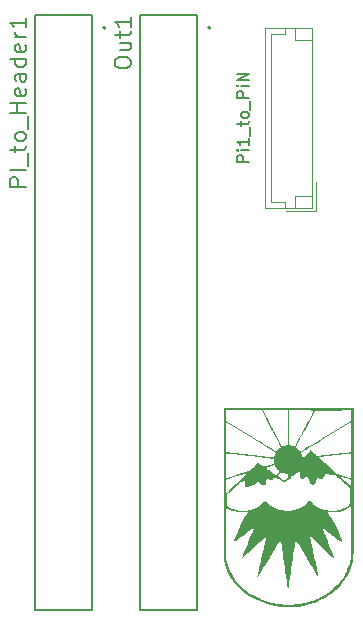
<source format=gbr>
%TF.GenerationSoftware,KiCad,Pcbnew,7.0.5*%
%TF.CreationDate,2023-12-19T10:57:00-08:00*%
%TF.ProjectId,PiN_PiHat,50694e5f-5069-4486-9174-2e6b69636164,rev?*%
%TF.SameCoordinates,Original*%
%TF.FileFunction,Legend,Top*%
%TF.FilePolarity,Positive*%
%FSLAX46Y46*%
G04 Gerber Fmt 4.6, Leading zero omitted, Abs format (unit mm)*
G04 Created by KiCad (PCBNEW 7.0.5) date 2023-12-19 10:57:00*
%MOMM*%
%LPD*%
G01*
G04 APERTURE LIST*
%ADD10C,0.150000*%
%ADD11C,0.127000*%
%ADD12C,0.200000*%
%ADD13C,0.120000*%
G04 APERTURE END LIST*
D10*
%TO.C,PI_to_Header1*%
X108589866Y-41390000D02*
X107189866Y-41390000D01*
X107189866Y-41390000D02*
X107189866Y-40856667D01*
X107189866Y-40856667D02*
X107256533Y-40723334D01*
X107256533Y-40723334D02*
X107323200Y-40656667D01*
X107323200Y-40656667D02*
X107456533Y-40590000D01*
X107456533Y-40590000D02*
X107656533Y-40590000D01*
X107656533Y-40590000D02*
X107789866Y-40656667D01*
X107789866Y-40656667D02*
X107856533Y-40723334D01*
X107856533Y-40723334D02*
X107923200Y-40856667D01*
X107923200Y-40856667D02*
X107923200Y-41390000D01*
X108589866Y-39990000D02*
X107189866Y-39990000D01*
X108723200Y-39656667D02*
X108723200Y-38590000D01*
X107656533Y-38456666D02*
X107656533Y-37923333D01*
X107189866Y-38256666D02*
X108389866Y-38256666D01*
X108389866Y-38256666D02*
X108523200Y-38190000D01*
X108523200Y-38190000D02*
X108589866Y-38056666D01*
X108589866Y-38056666D02*
X108589866Y-37923333D01*
X108589866Y-37256666D02*
X108523200Y-37390000D01*
X108523200Y-37390000D02*
X108456533Y-37456666D01*
X108456533Y-37456666D02*
X108323200Y-37523333D01*
X108323200Y-37523333D02*
X107923200Y-37523333D01*
X107923200Y-37523333D02*
X107789866Y-37456666D01*
X107789866Y-37456666D02*
X107723200Y-37390000D01*
X107723200Y-37390000D02*
X107656533Y-37256666D01*
X107656533Y-37256666D02*
X107656533Y-37056666D01*
X107656533Y-37056666D02*
X107723200Y-36923333D01*
X107723200Y-36923333D02*
X107789866Y-36856666D01*
X107789866Y-36856666D02*
X107923200Y-36790000D01*
X107923200Y-36790000D02*
X108323200Y-36790000D01*
X108323200Y-36790000D02*
X108456533Y-36856666D01*
X108456533Y-36856666D02*
X108523200Y-36923333D01*
X108523200Y-36923333D02*
X108589866Y-37056666D01*
X108589866Y-37056666D02*
X108589866Y-37256666D01*
X108723200Y-36523333D02*
X108723200Y-35456666D01*
X108589866Y-35123332D02*
X107189866Y-35123332D01*
X107856533Y-35123332D02*
X107856533Y-34323332D01*
X108589866Y-34323332D02*
X107189866Y-34323332D01*
X108523200Y-33123332D02*
X108589866Y-33256665D01*
X108589866Y-33256665D02*
X108589866Y-33523332D01*
X108589866Y-33523332D02*
X108523200Y-33656665D01*
X108523200Y-33656665D02*
X108389866Y-33723332D01*
X108389866Y-33723332D02*
X107856533Y-33723332D01*
X107856533Y-33723332D02*
X107723200Y-33656665D01*
X107723200Y-33656665D02*
X107656533Y-33523332D01*
X107656533Y-33523332D02*
X107656533Y-33256665D01*
X107656533Y-33256665D02*
X107723200Y-33123332D01*
X107723200Y-33123332D02*
X107856533Y-33056665D01*
X107856533Y-33056665D02*
X107989866Y-33056665D01*
X107989866Y-33056665D02*
X108123200Y-33723332D01*
X108589866Y-31856665D02*
X107856533Y-31856665D01*
X107856533Y-31856665D02*
X107723200Y-31923332D01*
X107723200Y-31923332D02*
X107656533Y-32056665D01*
X107656533Y-32056665D02*
X107656533Y-32323332D01*
X107656533Y-32323332D02*
X107723200Y-32456665D01*
X108523200Y-31856665D02*
X108589866Y-31989999D01*
X108589866Y-31989999D02*
X108589866Y-32323332D01*
X108589866Y-32323332D02*
X108523200Y-32456665D01*
X108523200Y-32456665D02*
X108389866Y-32523332D01*
X108389866Y-32523332D02*
X108256533Y-32523332D01*
X108256533Y-32523332D02*
X108123200Y-32456665D01*
X108123200Y-32456665D02*
X108056533Y-32323332D01*
X108056533Y-32323332D02*
X108056533Y-31989999D01*
X108056533Y-31989999D02*
X107989866Y-31856665D01*
X108589866Y-30589998D02*
X107189866Y-30589998D01*
X108523200Y-30589998D02*
X108589866Y-30723332D01*
X108589866Y-30723332D02*
X108589866Y-30989998D01*
X108589866Y-30989998D02*
X108523200Y-31123332D01*
X108523200Y-31123332D02*
X108456533Y-31189998D01*
X108456533Y-31189998D02*
X108323200Y-31256665D01*
X108323200Y-31256665D02*
X107923200Y-31256665D01*
X107923200Y-31256665D02*
X107789866Y-31189998D01*
X107789866Y-31189998D02*
X107723200Y-31123332D01*
X107723200Y-31123332D02*
X107656533Y-30989998D01*
X107656533Y-30989998D02*
X107656533Y-30723332D01*
X107656533Y-30723332D02*
X107723200Y-30589998D01*
X108523200Y-29389998D02*
X108589866Y-29523331D01*
X108589866Y-29523331D02*
X108589866Y-29789998D01*
X108589866Y-29789998D02*
X108523200Y-29923331D01*
X108523200Y-29923331D02*
X108389866Y-29989998D01*
X108389866Y-29989998D02*
X107856533Y-29989998D01*
X107856533Y-29989998D02*
X107723200Y-29923331D01*
X107723200Y-29923331D02*
X107656533Y-29789998D01*
X107656533Y-29789998D02*
X107656533Y-29523331D01*
X107656533Y-29523331D02*
X107723200Y-29389998D01*
X107723200Y-29389998D02*
X107856533Y-29323331D01*
X107856533Y-29323331D02*
X107989866Y-29323331D01*
X107989866Y-29323331D02*
X108123200Y-29989998D01*
X108589866Y-28723331D02*
X107656533Y-28723331D01*
X107923200Y-28723331D02*
X107789866Y-28656665D01*
X107789866Y-28656665D02*
X107723200Y-28589998D01*
X107723200Y-28589998D02*
X107656533Y-28456665D01*
X107656533Y-28456665D02*
X107656533Y-28323331D01*
X108589866Y-27123331D02*
X108589866Y-27923331D01*
X108589866Y-27523331D02*
X107189866Y-27523331D01*
X107189866Y-27523331D02*
X107389866Y-27656664D01*
X107389866Y-27656664D02*
X107523200Y-27789998D01*
X107523200Y-27789998D02*
X107589866Y-27923331D01*
%TO.C,Out1*%
X116079866Y-31043333D02*
X116079866Y-30776666D01*
X116079866Y-30776666D02*
X116146533Y-30643333D01*
X116146533Y-30643333D02*
X116279866Y-30509999D01*
X116279866Y-30509999D02*
X116546533Y-30443333D01*
X116546533Y-30443333D02*
X117013200Y-30443333D01*
X117013200Y-30443333D02*
X117279866Y-30509999D01*
X117279866Y-30509999D02*
X117413200Y-30643333D01*
X117413200Y-30643333D02*
X117479866Y-30776666D01*
X117479866Y-30776666D02*
X117479866Y-31043333D01*
X117479866Y-31043333D02*
X117413200Y-31176666D01*
X117413200Y-31176666D02*
X117279866Y-31309999D01*
X117279866Y-31309999D02*
X117013200Y-31376666D01*
X117013200Y-31376666D02*
X116546533Y-31376666D01*
X116546533Y-31376666D02*
X116279866Y-31309999D01*
X116279866Y-31309999D02*
X116146533Y-31176666D01*
X116146533Y-31176666D02*
X116079866Y-31043333D01*
X116546533Y-29243332D02*
X117479866Y-29243332D01*
X116546533Y-29843332D02*
X117279866Y-29843332D01*
X117279866Y-29843332D02*
X117413200Y-29776666D01*
X117413200Y-29776666D02*
X117479866Y-29643332D01*
X117479866Y-29643332D02*
X117479866Y-29443332D01*
X117479866Y-29443332D02*
X117413200Y-29309999D01*
X117413200Y-29309999D02*
X117346533Y-29243332D01*
X116546533Y-28776665D02*
X116546533Y-28243332D01*
X116079866Y-28576665D02*
X117279866Y-28576665D01*
X117279866Y-28576665D02*
X117413200Y-28509999D01*
X117413200Y-28509999D02*
X117479866Y-28376665D01*
X117479866Y-28376665D02*
X117479866Y-28243332D01*
X117479866Y-27043332D02*
X117479866Y-27843332D01*
X117479866Y-27443332D02*
X116079866Y-27443332D01*
X116079866Y-27443332D02*
X116279866Y-27576665D01*
X116279866Y-27576665D02*
X116413200Y-27709999D01*
X116413200Y-27709999D02*
X116479866Y-27843332D01*
%TO.C,Pi1_to_PiN*%
X127454819Y-39298094D02*
X126454819Y-39298094D01*
X126454819Y-39298094D02*
X126454819Y-38917142D01*
X126454819Y-38917142D02*
X126502438Y-38821904D01*
X126502438Y-38821904D02*
X126550057Y-38774285D01*
X126550057Y-38774285D02*
X126645295Y-38726666D01*
X126645295Y-38726666D02*
X126788152Y-38726666D01*
X126788152Y-38726666D02*
X126883390Y-38774285D01*
X126883390Y-38774285D02*
X126931009Y-38821904D01*
X126931009Y-38821904D02*
X126978628Y-38917142D01*
X126978628Y-38917142D02*
X126978628Y-39298094D01*
X127454819Y-38298094D02*
X126788152Y-38298094D01*
X126454819Y-38298094D02*
X126502438Y-38345713D01*
X126502438Y-38345713D02*
X126550057Y-38298094D01*
X126550057Y-38298094D02*
X126502438Y-38250475D01*
X126502438Y-38250475D02*
X126454819Y-38298094D01*
X126454819Y-38298094D02*
X126550057Y-38298094D01*
X127454819Y-37298095D02*
X127454819Y-37869523D01*
X127454819Y-37583809D02*
X126454819Y-37583809D01*
X126454819Y-37583809D02*
X126597676Y-37679047D01*
X126597676Y-37679047D02*
X126692914Y-37774285D01*
X126692914Y-37774285D02*
X126740533Y-37869523D01*
X127550057Y-37107619D02*
X127550057Y-36345714D01*
X126788152Y-36250475D02*
X126788152Y-35869523D01*
X126454819Y-36107618D02*
X127311961Y-36107618D01*
X127311961Y-36107618D02*
X127407200Y-36059999D01*
X127407200Y-36059999D02*
X127454819Y-35964761D01*
X127454819Y-35964761D02*
X127454819Y-35869523D01*
X127454819Y-35393332D02*
X127407200Y-35488570D01*
X127407200Y-35488570D02*
X127359580Y-35536189D01*
X127359580Y-35536189D02*
X127264342Y-35583808D01*
X127264342Y-35583808D02*
X126978628Y-35583808D01*
X126978628Y-35583808D02*
X126883390Y-35536189D01*
X126883390Y-35536189D02*
X126835771Y-35488570D01*
X126835771Y-35488570D02*
X126788152Y-35393332D01*
X126788152Y-35393332D02*
X126788152Y-35250475D01*
X126788152Y-35250475D02*
X126835771Y-35155237D01*
X126835771Y-35155237D02*
X126883390Y-35107618D01*
X126883390Y-35107618D02*
X126978628Y-35059999D01*
X126978628Y-35059999D02*
X127264342Y-35059999D01*
X127264342Y-35059999D02*
X127359580Y-35107618D01*
X127359580Y-35107618D02*
X127407200Y-35155237D01*
X127407200Y-35155237D02*
X127454819Y-35250475D01*
X127454819Y-35250475D02*
X127454819Y-35393332D01*
X127550057Y-34869523D02*
X127550057Y-34107618D01*
X127454819Y-33869522D02*
X126454819Y-33869522D01*
X126454819Y-33869522D02*
X126454819Y-33488570D01*
X126454819Y-33488570D02*
X126502438Y-33393332D01*
X126502438Y-33393332D02*
X126550057Y-33345713D01*
X126550057Y-33345713D02*
X126645295Y-33298094D01*
X126645295Y-33298094D02*
X126788152Y-33298094D01*
X126788152Y-33298094D02*
X126883390Y-33345713D01*
X126883390Y-33345713D02*
X126931009Y-33393332D01*
X126931009Y-33393332D02*
X126978628Y-33488570D01*
X126978628Y-33488570D02*
X126978628Y-33869522D01*
X127454819Y-32869522D02*
X126788152Y-32869522D01*
X126454819Y-32869522D02*
X126502438Y-32917141D01*
X126502438Y-32917141D02*
X126550057Y-32869522D01*
X126550057Y-32869522D02*
X126502438Y-32821903D01*
X126502438Y-32821903D02*
X126454819Y-32869522D01*
X126454819Y-32869522D02*
X126550057Y-32869522D01*
X127454819Y-32393332D02*
X126454819Y-32393332D01*
X126454819Y-32393332D02*
X127454819Y-31821904D01*
X127454819Y-31821904D02*
X126454819Y-31821904D01*
D11*
%TO.C,PI_to_Header1*%
X114200000Y-26870000D02*
X114200000Y-77270000D01*
X109320000Y-26870000D02*
X114200000Y-26870000D01*
X114200000Y-77270000D02*
X109320000Y-77270000D01*
X109320000Y-77270000D02*
X109320000Y-26870000D01*
D12*
X115300000Y-27940000D02*
G75*
G03*
X115300000Y-27940000I-100000J0D01*
G01*
D11*
%TO.C,Out1*%
X123090000Y-26870000D02*
X123090000Y-77270000D01*
X118210000Y-26870000D02*
X123090000Y-26870000D01*
X123090000Y-77270000D02*
X118210000Y-77270000D01*
X118210000Y-77270000D02*
X118210000Y-26870000D01*
D12*
X124190000Y-27940000D02*
G75*
G03*
X124190000Y-27940000I-100000J0D01*
G01*
D13*
%TO.C,Pi1_to_PiN*%
X130620000Y-43470000D02*
X133120000Y-43470000D01*
X133120000Y-43470000D02*
X133120000Y-40970000D01*
X128800000Y-43170000D02*
X132820000Y-43170000D01*
X130510000Y-43170000D02*
X130510000Y-42670000D01*
X131320000Y-43170000D02*
X131320000Y-42170000D01*
X132820000Y-43170000D02*
X132820000Y-27950000D01*
X129300000Y-42670000D02*
X129300000Y-28450000D01*
X130510000Y-42670000D02*
X129300000Y-42670000D01*
X131320000Y-42170000D02*
X132820000Y-42170000D01*
X131320000Y-28950000D02*
X132820000Y-28950000D01*
X129300000Y-28450000D02*
X130510000Y-28450000D01*
X130510000Y-28450000D02*
X130510000Y-27950000D01*
X128800000Y-27950000D02*
X128800000Y-43170000D01*
X131320000Y-27950000D02*
X131320000Y-28950000D01*
X132820000Y-27950000D02*
X128800000Y-27950000D01*
%TO.C,G\u002A\u002A\u002A*%
G36*
X136323473Y-66408380D02*
G01*
X136323417Y-67075508D01*
X136323248Y-67704825D01*
X136322967Y-68296544D01*
X136322572Y-68850879D01*
X136322062Y-69368042D01*
X136321437Y-69848248D01*
X136320697Y-70291708D01*
X136319840Y-70698637D01*
X136318866Y-71069246D01*
X136317775Y-71403750D01*
X136316565Y-71702362D01*
X136315236Y-71965294D01*
X136313788Y-72192760D01*
X136312219Y-72384972D01*
X136310529Y-72542145D01*
X136308717Y-72664490D01*
X136306783Y-72752222D01*
X136304726Y-72805553D01*
X136303558Y-72820169D01*
X136237095Y-73203737D01*
X136133793Y-73580539D01*
X135994551Y-73948495D01*
X135820264Y-74305522D01*
X135611828Y-74649539D01*
X135378538Y-74967997D01*
X135263773Y-75102987D01*
X135127109Y-75250018D01*
X134978035Y-75399672D01*
X134826045Y-75542534D01*
X134680628Y-75669186D01*
X134631407Y-75709245D01*
X134255388Y-75984510D01*
X133859849Y-76227228D01*
X133445208Y-76437232D01*
X133011886Y-76614351D01*
X132560301Y-76758417D01*
X132090871Y-76869259D01*
X131604017Y-76946710D01*
X131551467Y-76952949D01*
X131440256Y-76963583D01*
X131305044Y-76973164D01*
X131155121Y-76981344D01*
X130999774Y-76987778D01*
X130848294Y-76992120D01*
X130709969Y-76994023D01*
X130594089Y-76993141D01*
X130534326Y-76990859D01*
X130112204Y-76956126D01*
X129715012Y-76901419D01*
X129334432Y-76825215D01*
X128962146Y-76725988D01*
X128786060Y-76670432D01*
X128370392Y-76515650D01*
X127974338Y-76333586D01*
X127599436Y-76125765D01*
X127247224Y-75893711D01*
X126919241Y-75638949D01*
X126617024Y-75363001D01*
X126342112Y-75067393D01*
X126096044Y-74753648D01*
X125880358Y-74423291D01*
X125696592Y-74077845D01*
X125546285Y-73718835D01*
X125430974Y-73347786D01*
X125430460Y-73345796D01*
X125420003Y-73306158D01*
X125410198Y-73270103D01*
X125401023Y-73236373D01*
X125392459Y-73203711D01*
X125384483Y-73170859D01*
X125377076Y-73136559D01*
X125370217Y-73099554D01*
X125363884Y-73058587D01*
X125358056Y-73012400D01*
X125352713Y-72959735D01*
X125347834Y-72899335D01*
X125343398Y-72829942D01*
X125339383Y-72750299D01*
X125335770Y-72659148D01*
X125332537Y-72555232D01*
X125329663Y-72437293D01*
X125327127Y-72304074D01*
X125324909Y-72154316D01*
X125322987Y-71986763D01*
X125321341Y-71800157D01*
X125319950Y-71593241D01*
X125318793Y-71364756D01*
X125317849Y-71113446D01*
X125317096Y-70838052D01*
X125316515Y-70537317D01*
X125316084Y-70209984D01*
X125315783Y-69854796D01*
X125315590Y-69470494D01*
X125315485Y-69055821D01*
X125315446Y-68609519D01*
X125315446Y-68577312D01*
X125503806Y-68577312D01*
X125511293Y-70674726D01*
X125512482Y-71002659D01*
X125513604Y-71294865D01*
X125514708Y-71553638D01*
X125515840Y-71781276D01*
X125517048Y-71980075D01*
X125518378Y-72152330D01*
X125519878Y-72300337D01*
X125521595Y-72426393D01*
X125523577Y-72532793D01*
X125525870Y-72621834D01*
X125528521Y-72695811D01*
X125531579Y-72757021D01*
X125535089Y-72807760D01*
X125539099Y-72850324D01*
X125543657Y-72887008D01*
X125548809Y-72920109D01*
X125554603Y-72951923D01*
X125558490Y-72971766D01*
X125584145Y-73097274D01*
X125608048Y-73204187D01*
X125632807Y-73301343D01*
X125661030Y-73397581D01*
X125695327Y-73501741D01*
X125738306Y-73622660D01*
X125792575Y-73769178D01*
X125798520Y-73785035D01*
X125849716Y-73904897D01*
X125920354Y-74046336D01*
X126005822Y-74201483D01*
X126101506Y-74362469D01*
X126202793Y-74521425D01*
X126305069Y-74670480D01*
X126366502Y-74753877D01*
X126437857Y-74842044D01*
X126527636Y-74944256D01*
X126630290Y-75054971D01*
X126740273Y-75168650D01*
X126852038Y-75279753D01*
X126960038Y-75382742D01*
X127058726Y-75472075D01*
X127142555Y-75542213D01*
X127193090Y-75579389D01*
X127238507Y-75611291D01*
X127297060Y-75654510D01*
X127330808Y-75680214D01*
X127461237Y-75777490D01*
X127574617Y-75854974D01*
X127650818Y-75900973D01*
X127705972Y-75932628D01*
X127775382Y-75973988D01*
X127825119Y-76004422D01*
X127961817Y-76082635D01*
X128134607Y-76170100D01*
X128342787Y-76266481D01*
X128585655Y-76371441D01*
X128633128Y-76391272D01*
X128691950Y-76413645D01*
X128777543Y-76443587D01*
X128880193Y-76477960D01*
X128990188Y-76513623D01*
X129097812Y-76547440D01*
X129193353Y-76576270D01*
X129267096Y-76596974D01*
X129279536Y-76600153D01*
X129352273Y-76618431D01*
X129426484Y-76637359D01*
X129431631Y-76638686D01*
X129558641Y-76667102D01*
X129716699Y-76695336D01*
X129898837Y-76722407D01*
X130098090Y-76747334D01*
X130307489Y-76769134D01*
X130439266Y-76780643D01*
X130538494Y-76786007D01*
X130664731Y-76788910D01*
X130807046Y-76789440D01*
X130954509Y-76787688D01*
X131096190Y-76783743D01*
X131221160Y-76777696D01*
X131275793Y-76773760D01*
X131406045Y-76761672D01*
X131543974Y-76746760D01*
X131680614Y-76730177D01*
X131807002Y-76713076D01*
X131914173Y-76696611D01*
X131993161Y-76681934D01*
X131998248Y-76680815D01*
X132062717Y-76666733D01*
X132140758Y-76650146D01*
X132178862Y-76642207D01*
X132286706Y-76616710D01*
X132418848Y-76580499D01*
X132564284Y-76536995D01*
X132712010Y-76489616D01*
X132851023Y-76441781D01*
X132970321Y-76396910D01*
X132977365Y-76394083D01*
X133049619Y-76365361D01*
X133120193Y-76337967D01*
X133153439Y-76325408D01*
X133196786Y-76306795D01*
X133266013Y-76274190D01*
X133353442Y-76231480D01*
X133451394Y-76182550D01*
X133552189Y-76131286D01*
X133648150Y-76081574D01*
X133731597Y-76037301D01*
X133794852Y-76002351D01*
X133813892Y-75991181D01*
X133882467Y-75948509D01*
X133966346Y-75894596D01*
X134057413Y-75834851D01*
X134147555Y-75774682D01*
X134228656Y-75719500D01*
X134292603Y-75674712D01*
X134327215Y-75649009D01*
X134380784Y-75606913D01*
X134446400Y-75555763D01*
X134486639Y-75524582D01*
X134537705Y-75481444D01*
X134608855Y-75416294D01*
X134694269Y-75334955D01*
X134788125Y-75243248D01*
X134884600Y-75146995D01*
X134977873Y-75052018D01*
X135062123Y-74964138D01*
X135131527Y-74889178D01*
X135180264Y-74832958D01*
X135187965Y-74823256D01*
X135237442Y-74759473D01*
X135286945Y-74696067D01*
X135312289Y-74663832D01*
X135386009Y-74563682D01*
X135467058Y-74442101D01*
X135550350Y-74307814D01*
X135630800Y-74169543D01*
X135703321Y-74036014D01*
X135762828Y-73915950D01*
X135802301Y-73823302D01*
X135867435Y-73643265D01*
X135925720Y-73470481D01*
X135975208Y-73311315D01*
X136013950Y-73172129D01*
X136040000Y-73059288D01*
X136045498Y-73028802D01*
X136059268Y-72944414D01*
X136071519Y-72867894D01*
X136082339Y-72796608D01*
X136091818Y-72727924D01*
X136100044Y-72659206D01*
X136107106Y-72587821D01*
X136113092Y-72511137D01*
X136118092Y-72426517D01*
X136122193Y-72331330D01*
X136125486Y-72222941D01*
X136128058Y-72098716D01*
X136129999Y-71956022D01*
X136131397Y-71792225D01*
X136132342Y-71604691D01*
X136132921Y-71390786D01*
X136133223Y-71147877D01*
X136133338Y-70873329D01*
X136133354Y-70564509D01*
X136133353Y-70422397D01*
X136133353Y-68425682D01*
X136019153Y-68513557D01*
X135824401Y-68642798D01*
X135600306Y-68754679D01*
X135352468Y-68846833D01*
X135086486Y-68916891D01*
X135045162Y-68925389D01*
X134948157Y-68942823D01*
X134855110Y-68955056D01*
X134755562Y-68962912D01*
X134639055Y-68967213D01*
X134495131Y-68968782D01*
X134493582Y-68968787D01*
X134385067Y-68969302D01*
X134291042Y-68970145D01*
X134217549Y-68971228D01*
X134170631Y-68972465D01*
X134156119Y-68973631D01*
X134165825Y-68990102D01*
X134192263Y-69032083D01*
X134231400Y-69093232D01*
X134279203Y-69167206D01*
X134279411Y-69167528D01*
X134523485Y-69566972D01*
X134756872Y-69995274D01*
X134975269Y-70443806D01*
X135174373Y-70903941D01*
X135278219Y-71169807D01*
X135323639Y-71292079D01*
X135356225Y-71383337D01*
X135377117Y-71447927D01*
X135387456Y-71490196D01*
X135388381Y-71514493D01*
X135381034Y-71525164D01*
X135371885Y-71526856D01*
X135353282Y-71515808D01*
X135307089Y-71484045D01*
X135236156Y-71433638D01*
X135143332Y-71366660D01*
X135031466Y-71285181D01*
X134903408Y-71191275D01*
X134762008Y-71087013D01*
X134610116Y-70974466D01*
X134522407Y-70909243D01*
X134366401Y-70793294D01*
X134219716Y-70684681D01*
X134085147Y-70585443D01*
X133965483Y-70497621D01*
X133863518Y-70423253D01*
X133782042Y-70364379D01*
X133723849Y-70323038D01*
X133691730Y-70301269D01*
X133686162Y-70298398D01*
X133691925Y-70316709D01*
X133710748Y-70367500D01*
X133741532Y-70447962D01*
X133783174Y-70555286D01*
X133834572Y-70686664D01*
X133894625Y-70839287D01*
X133962232Y-71010348D01*
X134036290Y-71197037D01*
X134115698Y-71396546D01*
X134185440Y-71571261D01*
X134268642Y-71780127D01*
X134347391Y-71979174D01*
X134420579Y-72165516D01*
X134487097Y-72336267D01*
X134545838Y-72488541D01*
X134595694Y-72619452D01*
X134635556Y-72726113D01*
X134664317Y-72805639D01*
X134680868Y-72855143D01*
X134684556Y-72871290D01*
X134675741Y-72882264D01*
X134654335Y-72874498D01*
X134616005Y-72845191D01*
X134556418Y-72791544D01*
X134545828Y-72781647D01*
X134507143Y-72745058D01*
X134444198Y-72685137D01*
X134360146Y-72604905D01*
X134258137Y-72507385D01*
X134141321Y-72395599D01*
X134012849Y-72272567D01*
X133875872Y-72141313D01*
X133733540Y-72004857D01*
X133589005Y-71866222D01*
X133445417Y-71728431D01*
X133305927Y-71594503D01*
X133173685Y-71467462D01*
X133051843Y-71350330D01*
X132943550Y-71246127D01*
X132851958Y-71157877D01*
X132780217Y-71088601D01*
X132743524Y-71053041D01*
X132685202Y-70997974D01*
X132639453Y-70957862D01*
X132611236Y-70936837D01*
X132604872Y-70937485D01*
X132611746Y-70964423D01*
X132625705Y-71024749D01*
X132646070Y-71115307D01*
X132672163Y-71232941D01*
X132703304Y-71374496D01*
X132738814Y-71536818D01*
X132778016Y-71716749D01*
X132820231Y-71911136D01*
X132864779Y-72116822D01*
X132910982Y-72330652D01*
X132958162Y-72549471D01*
X133005639Y-72770123D01*
X133052736Y-72989454D01*
X133098772Y-73204306D01*
X133143070Y-73411526D01*
X133184952Y-73607958D01*
X133223737Y-73790445D01*
X133258748Y-73955834D01*
X133289305Y-74100968D01*
X133314731Y-74222692D01*
X133334346Y-74317851D01*
X133347472Y-74383288D01*
X133353429Y-74415850D01*
X133353692Y-74418908D01*
X133336835Y-74423697D01*
X133317330Y-74412582D01*
X133303422Y-74393059D01*
X133271471Y-74343144D01*
X133222868Y-74265126D01*
X133159002Y-74161297D01*
X133081264Y-74033947D01*
X132991044Y-73885367D01*
X132889731Y-73717847D01*
X132778716Y-73533678D01*
X132659388Y-73335151D01*
X132533138Y-73124556D01*
X132401355Y-72904185D01*
X132359410Y-72833930D01*
X132226626Y-72611643D01*
X132099288Y-72398861D01*
X131978750Y-72197824D01*
X131866367Y-72010777D01*
X131763494Y-71839960D01*
X131671487Y-71687617D01*
X131591700Y-71555990D01*
X131525489Y-71447322D01*
X131474209Y-71363855D01*
X131439214Y-71307832D01*
X131421860Y-71281495D01*
X131420231Y-71279700D01*
X131416023Y-71298121D01*
X131406746Y-71351799D01*
X131392758Y-71438354D01*
X131374418Y-71555410D01*
X131352086Y-71700589D01*
X131326120Y-71871511D01*
X131296880Y-72065800D01*
X131264724Y-72281077D01*
X131230010Y-72514964D01*
X131193099Y-72765084D01*
X131154350Y-73029057D01*
X131114120Y-73304506D01*
X131101446Y-73391568D01*
X131060813Y-73670336D01*
X131021558Y-73938535D01*
X130984040Y-74193770D01*
X130948619Y-74433648D01*
X130915653Y-74655773D01*
X130885502Y-74857750D01*
X130858525Y-75037185D01*
X130835080Y-75191684D01*
X130815527Y-75318851D01*
X130800225Y-75416292D01*
X130789533Y-75481611D01*
X130783810Y-75512416D01*
X130783112Y-75514572D01*
X130762641Y-75516251D01*
X130761476Y-75515209D01*
X130757553Y-75495366D01*
X130748821Y-75440239D01*
X130735618Y-75352221D01*
X130718284Y-75233701D01*
X130697158Y-75087070D01*
X130672579Y-74914720D01*
X130644886Y-74719040D01*
X130614419Y-74502422D01*
X130581516Y-74267256D01*
X130546516Y-74015934D01*
X130509759Y-73750846D01*
X130471585Y-73474382D01*
X130458721Y-73380966D01*
X130420200Y-73101389D01*
X130383056Y-72832470D01*
X130347623Y-72576594D01*
X130314235Y-72336144D01*
X130283227Y-72113503D01*
X130254931Y-71911055D01*
X130229682Y-71731182D01*
X130207815Y-71576269D01*
X130189662Y-71448699D01*
X130175559Y-71350855D01*
X130165840Y-71285121D01*
X130160837Y-71253879D01*
X130160275Y-71251542D01*
X130149728Y-71266595D01*
X130120787Y-71311929D01*
X130074813Y-71385333D01*
X130013165Y-71484597D01*
X129937205Y-71607512D01*
X129848293Y-71751868D01*
X129747789Y-71915455D01*
X129637053Y-72096063D01*
X129517446Y-72291483D01*
X129390328Y-72499505D01*
X129257060Y-72717918D01*
X129204480Y-72804178D01*
X129040863Y-73072599D01*
X128895835Y-73310332D01*
X128768255Y-73519194D01*
X128656984Y-73701005D01*
X128560883Y-73857582D01*
X128478813Y-73990744D01*
X128409635Y-74102309D01*
X128352208Y-74194095D01*
X128305395Y-74267920D01*
X128268055Y-74325603D01*
X128239049Y-74368961D01*
X128217239Y-74399813D01*
X128201484Y-74419978D01*
X128190647Y-74431273D01*
X128183586Y-74435516D01*
X128182203Y-74435689D01*
X128179351Y-74432301D01*
X128178798Y-74420760D01*
X128180997Y-74399002D01*
X128186400Y-74364961D01*
X128195461Y-74316570D01*
X128208631Y-74251766D01*
X128226362Y-74168482D01*
X128249108Y-74064653D01*
X128277319Y-73938214D01*
X128311450Y-73787099D01*
X128351952Y-73609243D01*
X128399277Y-73402580D01*
X128453878Y-73165045D01*
X128516207Y-72894573D01*
X128585436Y-72594646D01*
X128641849Y-72350024D01*
X128695623Y-72116149D01*
X128746164Y-71895651D01*
X128792876Y-71691160D01*
X128835163Y-71505306D01*
X128872430Y-71340720D01*
X128904081Y-71200030D01*
X128929521Y-71085867D01*
X128948154Y-71000862D01*
X128959385Y-70947643D01*
X128962620Y-70928843D01*
X128948090Y-70940631D01*
X128908088Y-70976434D01*
X128844826Y-71034201D01*
X128760516Y-71111881D01*
X128657368Y-71207421D01*
X128537593Y-71318771D01*
X128403404Y-71443878D01*
X128257011Y-71580691D01*
X128100625Y-71727159D01*
X127967709Y-71851877D01*
X127803485Y-72005810D01*
X127646365Y-72152524D01*
X127498694Y-72289867D01*
X127362814Y-72415684D01*
X127241069Y-72527822D01*
X127135803Y-72624129D01*
X127049358Y-72702450D01*
X126984079Y-72760632D01*
X126942308Y-72796522D01*
X126927655Y-72807602D01*
X126892179Y-72824561D01*
X126881530Y-72817563D01*
X126887069Y-72780694D01*
X126887222Y-72779929D01*
X126896180Y-72753491D01*
X126918502Y-72694907D01*
X126952989Y-72607155D01*
X126998438Y-72493214D01*
X127053647Y-72356060D01*
X127117416Y-72198671D01*
X127188542Y-72024025D01*
X127265824Y-71835099D01*
X127348061Y-71634872D01*
X127406212Y-71493750D01*
X127490551Y-71289067D01*
X127570364Y-71094836D01*
X127644501Y-70913889D01*
X127711813Y-70749054D01*
X127771151Y-70603161D01*
X127821367Y-70479039D01*
X127861312Y-70379518D01*
X127889837Y-70307427D01*
X127905792Y-70265597D01*
X127908851Y-70255804D01*
X127892889Y-70265305D01*
X127849001Y-70295097D01*
X127780046Y-70343154D01*
X127688883Y-70407447D01*
X127578370Y-70485951D01*
X127451366Y-70576636D01*
X127310730Y-70677477D01*
X127159322Y-70786446D01*
X127089571Y-70836773D01*
X126933218Y-70949461D01*
X126785488Y-71055526D01*
X126649370Y-71152848D01*
X126527856Y-71239310D01*
X126423934Y-71312793D01*
X126340594Y-71371178D01*
X126280827Y-71412348D01*
X126247622Y-71434182D01*
X126242372Y-71437057D01*
X126218956Y-71437312D01*
X126210018Y-71413308D01*
X126215868Y-71362488D01*
X126236816Y-71282297D01*
X126273170Y-71170178D01*
X126275481Y-71163448D01*
X126421462Y-70771525D01*
X126591904Y-70370289D01*
X126781272Y-69971352D01*
X126984032Y-69586330D01*
X127194650Y-69226838D01*
X127209881Y-69202393D01*
X127260545Y-69120773D01*
X127303035Y-69051081D01*
X127333687Y-68999418D01*
X127348842Y-68971888D01*
X127349820Y-68969195D01*
X127332053Y-68966494D01*
X127283587Y-68966077D01*
X127211670Y-68967855D01*
X127123552Y-68971737D01*
X127116829Y-68972093D01*
X126840079Y-68973423D01*
X126560714Y-68949335D01*
X126288441Y-68901364D01*
X126032966Y-68831046D01*
X125889765Y-68777935D01*
X125815510Y-68746626D01*
X125754061Y-68719570D01*
X125714341Y-68700750D01*
X125705284Y-68695576D01*
X125678985Y-68678811D01*
X125631821Y-68650726D01*
X125595039Y-68629459D01*
X125503806Y-68577312D01*
X125315446Y-68577312D01*
X125315449Y-68375884D01*
X125581706Y-68375884D01*
X125648248Y-68438641D01*
X125687328Y-68478863D01*
X125711259Y-68509977D01*
X125714790Y-68518930D01*
X125730951Y-68533796D01*
X125774529Y-68559880D01*
X125838163Y-68593022D01*
X125888780Y-68617300D01*
X126035011Y-68676528D01*
X126205493Y-68731355D01*
X126386462Y-68778021D01*
X126564149Y-68812770D01*
X126647966Y-68824561D01*
X126747705Y-68832350D01*
X126870891Y-68835797D01*
X127007160Y-68835213D01*
X127146147Y-68830910D01*
X127277489Y-68823197D01*
X127390822Y-68812385D01*
X127470504Y-68799919D01*
X127544588Y-68781449D01*
X127612665Y-68759529D01*
X127649232Y-68744073D01*
X127699690Y-68722748D01*
X127741172Y-68712882D01*
X127743374Y-68712807D01*
X127789704Y-68703956D01*
X127860187Y-68680610D01*
X127945786Y-68646826D01*
X128037461Y-68606659D01*
X128126174Y-68564164D01*
X128202886Y-68523398D01*
X128258558Y-68488416D01*
X128276417Y-68473634D01*
X128306607Y-68451314D01*
X128320545Y-68446916D01*
X128339731Y-68434161D01*
X128380015Y-68399236D01*
X128435903Y-68347149D01*
X128501900Y-68282907D01*
X128517297Y-68267574D01*
X128610047Y-68177187D01*
X128683601Y-68111972D01*
X128743524Y-68068245D01*
X128795380Y-68042318D01*
X128844732Y-68030506D01*
X128877982Y-68028653D01*
X128935453Y-68039051D01*
X128981314Y-68065261D01*
X129003360Y-68099807D01*
X129003862Y-68105752D01*
X129017054Y-68128152D01*
X129052004Y-68168769D01*
X129101777Y-68220871D01*
X129159433Y-68277727D01*
X129218036Y-68332608D01*
X129270648Y-68378781D01*
X129310333Y-68409517D01*
X129325638Y-68417945D01*
X129357080Y-68434060D01*
X129365089Y-68445891D01*
X129380769Y-68462981D01*
X129418843Y-68483555D01*
X129422125Y-68484940D01*
X129461261Y-68504773D01*
X129479060Y-68520944D01*
X129479161Y-68521775D01*
X129485329Y-68529873D01*
X129506593Y-68543207D01*
X129547093Y-68563793D01*
X129610972Y-68593650D01*
X129702369Y-68634797D01*
X129798120Y-68677215D01*
X129853833Y-68698942D01*
X129899008Y-68711686D01*
X129910842Y-68713084D01*
X129958137Y-68720291D01*
X130037829Y-68742142D01*
X130135074Y-68773524D01*
X130226397Y-68796944D01*
X130344139Y-68816411D01*
X130478325Y-68831310D01*
X130618978Y-68841028D01*
X130756122Y-68844948D01*
X130879782Y-68842458D01*
X130979980Y-68832941D01*
X131009625Y-68827401D01*
X131063408Y-68815496D01*
X131140524Y-68798668D01*
X131227119Y-68779934D01*
X131256781Y-68773555D01*
X131338890Y-68754734D01*
X131418325Y-68733521D01*
X131503778Y-68707177D01*
X131603938Y-68672963D01*
X131727497Y-68628141D01*
X131779397Y-68608874D01*
X131831621Y-68587203D01*
X131867049Y-68568408D01*
X131874457Y-68562071D01*
X131895901Y-68545354D01*
X131939633Y-68519548D01*
X131968538Y-68504303D01*
X132023742Y-68473763D01*
X132067065Y-68445345D01*
X132079215Y-68435207D01*
X132109244Y-68413112D01*
X132122832Y-68408892D01*
X132143885Y-68396035D01*
X132182969Y-68362451D01*
X132232617Y-68315620D01*
X132285362Y-68263023D01*
X132333739Y-68212141D01*
X132370279Y-68170454D01*
X132387517Y-68145444D01*
X132387994Y-68143237D01*
X132400316Y-68119082D01*
X132430561Y-68083003D01*
X132436388Y-68077047D01*
X132471269Y-68048506D01*
X132511445Y-68033862D01*
X132570904Y-68028891D01*
X132596632Y-68028653D01*
X132682598Y-68036557D01*
X132740660Y-68059137D01*
X132767033Y-68094692D01*
X132768233Y-68105752D01*
X132781425Y-68128152D01*
X132816376Y-68168769D01*
X132866148Y-68220871D01*
X132923804Y-68277727D01*
X132982407Y-68332608D01*
X133035020Y-68378781D01*
X133074704Y-68409517D01*
X133090009Y-68417945D01*
X133121439Y-68433675D01*
X133129461Y-68444947D01*
X133145231Y-68460297D01*
X133185877Y-68484595D01*
X133224521Y-68503952D01*
X133276761Y-68530526D01*
X133311289Y-68552125D01*
X133319580Y-68561186D01*
X133337327Y-68581089D01*
X133386948Y-68606803D01*
X133463016Y-68636763D01*
X133560107Y-68669400D01*
X133672792Y-68703150D01*
X133795645Y-68736445D01*
X133923240Y-68767718D01*
X134050149Y-68795405D01*
X134170947Y-68817937D01*
X134251167Y-68830100D01*
X134414437Y-68841543D01*
X134601400Y-68837196D01*
X134801772Y-68818335D01*
X135005267Y-68786234D01*
X135201600Y-68742171D01*
X135369067Y-68691461D01*
X135492433Y-68644177D01*
X135609698Y-68591665D01*
X135715683Y-68536979D01*
X135805206Y-68483173D01*
X135873087Y-68433300D01*
X135914145Y-68390412D01*
X135924221Y-68364286D01*
X135934807Y-68334847D01*
X135961239Y-68290654D01*
X135971751Y-68275808D01*
X136019281Y-68211385D01*
X136019281Y-67548795D01*
X136019281Y-66886206D01*
X135972615Y-66839540D01*
X135935663Y-66807969D01*
X135907613Y-66793052D01*
X135905660Y-66792874D01*
X135883399Y-66780249D01*
X135842809Y-66746816D01*
X135791849Y-66699241D01*
X135780805Y-66688308D01*
X135729043Y-66638707D01*
X135686451Y-66601835D01*
X135660808Y-66584335D01*
X135658307Y-66583742D01*
X135639051Y-66571011D01*
X135598424Y-66536041D01*
X135541752Y-66483668D01*
X135474361Y-66418729D01*
X135448922Y-66393623D01*
X135379150Y-66325422D01*
X135318386Y-66268063D01*
X135271908Y-66226373D01*
X135244994Y-66205183D01*
X135241134Y-66203503D01*
X135218368Y-66191554D01*
X135180419Y-66161504D01*
X135163742Y-66146467D01*
X135118148Y-66111092D01*
X135077392Y-66091095D01*
X135067085Y-66089431D01*
X135036058Y-66075976D01*
X134989479Y-66040991D01*
X134935663Y-65992547D01*
X134882922Y-65938718D01*
X134870946Y-65924589D01*
X135175244Y-65924589D01*
X135184642Y-65938073D01*
X135219140Y-65974013D01*
X135275601Y-66029404D01*
X135350885Y-66101240D01*
X135441853Y-66186517D01*
X135545367Y-66282228D01*
X135622025Y-66352381D01*
X136085823Y-66775095D01*
X136091604Y-66513064D01*
X136097385Y-66251033D01*
X136041670Y-66205232D01*
X135998828Y-66180873D01*
X135920355Y-66148510D01*
X135807676Y-66108665D01*
X135662214Y-66061859D01*
X135589108Y-66039471D01*
X135472150Y-66004567D01*
X135367279Y-65974125D01*
X135280001Y-65949674D01*
X135215823Y-65932743D01*
X135180251Y-65924860D01*
X135175244Y-65924589D01*
X134870946Y-65924589D01*
X134839572Y-65887573D01*
X134813926Y-65847185D01*
X134811804Y-65841594D01*
X134801434Y-65818658D01*
X134782606Y-65808492D01*
X134745136Y-65808933D01*
X134691295Y-65815992D01*
X134606141Y-65826703D01*
X134533769Y-65830246D01*
X134466239Y-65824896D01*
X134395612Y-65808929D01*
X134313950Y-65780620D01*
X134213312Y-65738243D01*
X134103464Y-65688275D01*
X134042802Y-65660769D01*
X133996940Y-65641011D01*
X133975523Y-65633152D01*
X133975346Y-65633144D01*
X133963519Y-65648970D01*
X133939219Y-65691415D01*
X133906658Y-65752932D01*
X133887840Y-65789992D01*
X133851732Y-65859420D01*
X133820558Y-65914546D01*
X133798948Y-65947396D01*
X133793169Y-65952978D01*
X133779162Y-65974010D01*
X133766225Y-66017306D01*
X133764975Y-66023595D01*
X133745482Y-66082933D01*
X133709441Y-66117773D01*
X133649269Y-66133182D01*
X133597903Y-66135205D01*
X133496092Y-66129468D01*
X133428351Y-66112728D01*
X133392132Y-66084229D01*
X133386825Y-66072633D01*
X133364419Y-66026327D01*
X133333216Y-65988538D01*
X133300803Y-65964655D01*
X133274767Y-65960067D01*
X133262695Y-65980163D01*
X133262544Y-65984357D01*
X133255201Y-66017845D01*
X133236676Y-66069652D01*
X133226543Y-66093675D01*
X133196963Y-66162464D01*
X133164571Y-66240619D01*
X133152721Y-66270045D01*
X133099535Y-66399704D01*
X133055301Y-66499056D01*
X133020974Y-66566059D01*
X132999772Y-66596594D01*
X132960683Y-66614558D01*
X132899012Y-66622353D01*
X132828687Y-66620438D01*
X132763635Y-66609272D01*
X132717782Y-66589315D01*
X132715198Y-66587212D01*
X132692333Y-66555132D01*
X132662529Y-66496257D01*
X132630269Y-66420057D01*
X132609442Y-66363822D01*
X132572334Y-66257383D01*
X132530860Y-66138216D01*
X132492234Y-66027058D01*
X132480893Y-65994371D01*
X132449462Y-65904608D01*
X132427753Y-65846101D01*
X132413345Y-65814073D01*
X132403815Y-65803748D01*
X132396740Y-65810350D01*
X132392674Y-65820427D01*
X132376018Y-65843977D01*
X132338292Y-65887191D01*
X132285676Y-65943208D01*
X132242874Y-65986782D01*
X132173272Y-66054320D01*
X132119528Y-66098244D01*
X132071794Y-66122961D01*
X132020221Y-66132875D01*
X131954962Y-66132391D01*
X131922200Y-66130228D01*
X131882749Y-66124915D01*
X131853572Y-66112113D01*
X131832840Y-66086587D01*
X131818724Y-66043103D01*
X131809395Y-65976425D01*
X131803023Y-65881318D01*
X131798657Y-65776673D01*
X131794082Y-65674540D01*
X131788589Y-65586040D01*
X131782725Y-65518050D01*
X131777038Y-65477448D01*
X131774210Y-65469311D01*
X131761431Y-65469578D01*
X131760598Y-65475573D01*
X131744840Y-65495780D01*
X131706605Y-65517783D01*
X131703562Y-65519072D01*
X131664427Y-65538897D01*
X131646628Y-65555052D01*
X131646527Y-65555881D01*
X131630782Y-65572133D01*
X131592526Y-65594259D01*
X131545227Y-65615830D01*
X131502350Y-65630417D01*
X131484693Y-65633144D01*
X131458809Y-65645858D01*
X131415473Y-65679473D01*
X131363287Y-65727195D01*
X131354121Y-65736256D01*
X131260617Y-65821147D01*
X131180780Y-65874249D01*
X131111120Y-65897707D01*
X131088835Y-65899311D01*
X131048758Y-65913747D01*
X131026049Y-65958644D01*
X131019391Y-66026778D01*
X131002578Y-66077491D01*
X130961020Y-66124858D01*
X130907135Y-66157494D01*
X130868111Y-66165479D01*
X130829956Y-66173945D01*
X130783166Y-66202146D01*
X130721350Y-66254285D01*
X130693638Y-66280250D01*
X130633751Y-66333956D01*
X130578891Y-66377113D01*
X130538285Y-66402656D01*
X130529272Y-66406096D01*
X130478543Y-66405398D01*
X130411061Y-66387796D01*
X130341126Y-66358330D01*
X130283035Y-66322040D01*
X130277364Y-66317315D01*
X130233678Y-66286075D01*
X130199358Y-66269328D01*
X130169877Y-66253253D01*
X130163592Y-66242552D01*
X130147912Y-66225462D01*
X130109839Y-66204888D01*
X130106556Y-66203503D01*
X130067398Y-66183329D01*
X130049618Y-66166362D01*
X130049521Y-66165479D01*
X130031704Y-66146263D01*
X129982933Y-66127144D01*
X129910222Y-66110228D01*
X129825015Y-66098081D01*
X129759460Y-66088219D01*
X129708850Y-66075200D01*
X129686529Y-66063670D01*
X129660783Y-66031351D01*
X129640115Y-66003877D01*
X129617825Y-65977496D01*
X129601083Y-65981721D01*
X129583551Y-66002999D01*
X129557979Y-66048099D01*
X129537620Y-66102571D01*
X129503582Y-66177103D01*
X129447270Y-66223283D01*
X129392776Y-66241714D01*
X129307654Y-66249108D01*
X129229506Y-66228251D01*
X129150843Y-66176230D01*
X129098901Y-66127434D01*
X129051241Y-66080205D01*
X129014711Y-66047197D01*
X128996309Y-66034673D01*
X128995570Y-66034918D01*
X128989891Y-66055015D01*
X128978411Y-66105917D01*
X128962524Y-66181090D01*
X128943624Y-66274002D01*
X128931908Y-66333061D01*
X128911622Y-66433601D01*
X128893108Y-66520496D01*
X128877858Y-66587103D01*
X128867366Y-66626777D01*
X128864092Y-66634790D01*
X128835601Y-66647016D01*
X128783374Y-66658559D01*
X128721668Y-66667317D01*
X128664744Y-66671192D01*
X128630989Y-66669122D01*
X128573679Y-66657323D01*
X128539336Y-66650240D01*
X128498875Y-66628565D01*
X128480909Y-66602366D01*
X128462360Y-66571437D01*
X128423808Y-66523095D01*
X128372593Y-66466348D01*
X128356421Y-66449606D01*
X128244097Y-66335169D01*
X128123498Y-66455767D01*
X128060929Y-66513774D01*
X127999572Y-66562985D01*
X127949943Y-66595189D01*
X127937775Y-66600745D01*
X127860202Y-66630696D01*
X127764665Y-66668878D01*
X127668114Y-66708461D01*
X127616859Y-66729997D01*
X127489874Y-66777245D01*
X127372554Y-66807953D01*
X127270469Y-66821446D01*
X127189187Y-66817047D01*
X127134276Y-66794080D01*
X127128899Y-66789232D01*
X127109453Y-66750184D01*
X127095317Y-66683441D01*
X127087246Y-66599059D01*
X127085996Y-66507091D01*
X127092322Y-66417594D01*
X127098105Y-66379364D01*
X127107054Y-66324048D01*
X127110545Y-66287803D01*
X127109153Y-66279551D01*
X127090049Y-66287518D01*
X127045142Y-66308833D01*
X126982527Y-66339613D01*
X126950568Y-66355599D01*
X126876662Y-66390131D01*
X126810342Y-66416471D01*
X126762522Y-66430446D01*
X126751709Y-66431647D01*
X126730477Y-66438057D01*
X126697999Y-66458850D01*
X126651635Y-66496368D01*
X126588745Y-66552955D01*
X126506687Y-66630954D01*
X126402822Y-66732706D01*
X126323173Y-66811886D01*
X126224190Y-66910073D01*
X126133505Y-66998852D01*
X126054692Y-67074817D01*
X125991328Y-67134561D01*
X125946989Y-67174676D01*
X125925248Y-67191757D01*
X125924078Y-67192126D01*
X125902011Y-67204650D01*
X125862853Y-67237228D01*
X125822466Y-67275570D01*
X125771401Y-67322331D01*
X125724780Y-67357802D01*
X125698884Y-67371754D01*
X125658635Y-67395597D01*
X125620226Y-67433463D01*
X125607968Y-67451114D01*
X125598622Y-67472233D01*
X125591794Y-67501868D01*
X125587093Y-67545068D01*
X125584126Y-67606879D01*
X125582501Y-67692351D01*
X125581826Y-67806532D01*
X125581706Y-67929159D01*
X125581706Y-68375884D01*
X125315449Y-68375884D01*
X125315453Y-68130331D01*
X125315485Y-67617000D01*
X125315500Y-67385886D01*
X125505111Y-67385886D01*
X125731383Y-67170181D01*
X125792556Y-67111641D01*
X125877029Y-67030473D01*
X125980815Y-66930524D01*
X126099923Y-66815645D01*
X126230366Y-66689684D01*
X126368154Y-66556491D01*
X126509298Y-66419914D01*
X126614538Y-66317984D01*
X126745458Y-66190943D01*
X126867497Y-66072158D01*
X126978040Y-65964202D01*
X127045437Y-65898116D01*
X129917050Y-65898116D01*
X130197170Y-66088133D01*
X130288107Y-66149393D01*
X130368166Y-66202519D01*
X130432073Y-66244076D01*
X130474551Y-66270626D01*
X130490037Y-66278850D01*
X130506963Y-66265502D01*
X130541918Y-66229082D01*
X130588922Y-66176000D01*
X130618002Y-66141714D01*
X130733220Y-66003877D01*
X130733586Y-65866040D01*
X130733162Y-65799030D01*
X130732753Y-65785239D01*
X130886047Y-65785239D01*
X130892534Y-65803757D01*
X130894431Y-65804251D01*
X130910663Y-65790929D01*
X130914565Y-65785239D01*
X130913058Y-65767720D01*
X130906181Y-65766227D01*
X130886821Y-65780028D01*
X130886047Y-65785239D01*
X130732753Y-65785239D01*
X130731704Y-65749808D01*
X130729514Y-65727888D01*
X130729199Y-65727540D01*
X130566127Y-65698021D01*
X130416793Y-65657924D01*
X130293034Y-65610446D01*
X130289531Y-65608795D01*
X130152794Y-65543858D01*
X130034922Y-65720987D01*
X129917050Y-65898116D01*
X127045437Y-65898116D01*
X127074470Y-65869648D01*
X127154170Y-65791067D01*
X127214524Y-65731033D01*
X127252916Y-65692117D01*
X127266729Y-65676893D01*
X127266719Y-65676790D01*
X127248145Y-65681149D01*
X127196715Y-65695465D01*
X127115970Y-65718697D01*
X127009453Y-65749804D01*
X126880707Y-65787748D01*
X126733274Y-65831487D01*
X126570697Y-65879982D01*
X126396518Y-65932194D01*
X126388590Y-65934576D01*
X125515164Y-66197066D01*
X125510138Y-66791476D01*
X125505111Y-67385886D01*
X125315500Y-67385886D01*
X125315521Y-67068268D01*
X125315539Y-66482877D01*
X125315539Y-66430993D01*
X125315539Y-63974349D01*
X125505658Y-63974349D01*
X125505658Y-65030865D01*
X125505658Y-66087382D01*
X125595965Y-66060335D01*
X125632127Y-66049471D01*
X125700704Y-66028836D01*
X125797703Y-65999632D01*
X125919133Y-65963063D01*
X126061002Y-65920329D01*
X126219318Y-65872634D01*
X126390090Y-65821179D01*
X126569325Y-65767168D01*
X126569450Y-65767130D01*
X127452627Y-65500972D01*
X127605602Y-65353265D01*
X127674436Y-65286605D01*
X127761189Y-65202298D01*
X127771017Y-65192725D01*
X128880309Y-65192725D01*
X128902102Y-65209570D01*
X128949919Y-65243593D01*
X129018936Y-65291541D01*
X129104330Y-65350165D01*
X129201277Y-65416213D01*
X129304955Y-65486435D01*
X129410540Y-65557579D01*
X129513210Y-65626396D01*
X129608139Y-65689633D01*
X129690506Y-65744041D01*
X129755488Y-65786368D01*
X129798260Y-65813364D01*
X129813770Y-65821865D01*
X129832426Y-65807560D01*
X129866106Y-65767859D01*
X129909441Y-65709455D01*
X129942101Y-65661848D01*
X129987090Y-65592842D01*
X130022816Y-65535372D01*
X130044766Y-65496860D01*
X130049521Y-65485260D01*
X130036042Y-65465770D01*
X130001197Y-65431133D01*
X129965650Y-65399981D01*
X129915764Y-65350686D01*
X129857863Y-65282002D01*
X129798531Y-65203179D01*
X129744350Y-65123469D01*
X129701902Y-65052124D01*
X129677770Y-64998395D01*
X129676381Y-64993426D01*
X129660499Y-64961167D01*
X129643170Y-64954410D01*
X129619154Y-64962021D01*
X129564476Y-64978671D01*
X129484938Y-65002613D01*
X129386344Y-65032104D01*
X129274493Y-65065398D01*
X129247031Y-65073550D01*
X129135150Y-65107223D01*
X129037363Y-65137571D01*
X128958913Y-65162891D01*
X128905042Y-65181481D01*
X128880994Y-65191634D01*
X128880309Y-65192725D01*
X127771017Y-65192725D01*
X127856635Y-65109324D01*
X127951551Y-65016663D01*
X127991104Y-64977978D01*
X128223630Y-64750396D01*
X128482147Y-64925602D01*
X128570194Y-64984382D01*
X128648143Y-65034743D01*
X128710237Y-65073098D01*
X128750716Y-65095856D01*
X128762944Y-65100592D01*
X128787512Y-65095261D01*
X128841460Y-65080693D01*
X128918445Y-65058797D01*
X129012125Y-65031480D01*
X129116155Y-65000651D01*
X129224192Y-64968220D01*
X129329894Y-64936095D01*
X129426917Y-64906184D01*
X129508918Y-64880396D01*
X129569553Y-64860640D01*
X129602480Y-64848825D01*
X129606439Y-64846784D01*
X129608150Y-64824386D01*
X129602236Y-64777260D01*
X129595090Y-64739957D01*
X129582755Y-64661219D01*
X129575265Y-64572487D01*
X129574221Y-64533656D01*
X129574221Y-64424662D01*
X127592223Y-64209155D01*
X127320700Y-64179595D01*
X127059184Y-64151051D01*
X126810232Y-64123808D01*
X126576404Y-64098147D01*
X126360259Y-64074354D01*
X126164356Y-64052710D01*
X125991252Y-64033499D01*
X125843508Y-64017005D01*
X125723682Y-64003510D01*
X125634333Y-63993297D01*
X125578019Y-63986650D01*
X125557941Y-63983998D01*
X125505658Y-63974349D01*
X125315539Y-63974349D01*
X125315539Y-63205747D01*
X125509214Y-63205747D01*
X125509494Y-63377130D01*
X125510068Y-63527687D01*
X125510921Y-63654250D01*
X125512040Y-63753648D01*
X125513412Y-63822714D01*
X125515022Y-63858278D01*
X125515778Y-63862475D01*
X125535698Y-63865927D01*
X125590945Y-63873228D01*
X125679050Y-63884096D01*
X125797542Y-63898246D01*
X125943949Y-63915393D01*
X126115803Y-63935254D01*
X126310631Y-63957545D01*
X126525964Y-63981982D01*
X126759330Y-64008280D01*
X127008259Y-64036156D01*
X127270281Y-64065325D01*
X127535937Y-64094733D01*
X127808592Y-64124832D01*
X128070742Y-64153772D01*
X128319899Y-64181277D01*
X128553576Y-64207074D01*
X128769284Y-64230887D01*
X128964535Y-64252442D01*
X129136841Y-64271464D01*
X129283713Y-64287678D01*
X129402665Y-64300810D01*
X129491208Y-64310585D01*
X129546853Y-64316728D01*
X129567038Y-64318957D01*
X129582768Y-64303643D01*
X129597047Y-64262349D01*
X129601118Y-64241618D01*
X129615421Y-64181950D01*
X129640074Y-64105428D01*
X129666438Y-64036785D01*
X129717341Y-63915631D01*
X131883502Y-63915631D01*
X131884088Y-63942495D01*
X131898560Y-63989886D01*
X131918920Y-64042701D01*
X131946858Y-64119411D01*
X131969804Y-64194775D01*
X131981638Y-64246500D01*
X131991462Y-64295625D01*
X132005869Y-64316034D01*
X132034156Y-64316744D01*
X132050877Y-64313643D01*
X132100140Y-64305403D01*
X132133163Y-64302305D01*
X132150586Y-64289737D01*
X133363835Y-64289737D01*
X133375964Y-64303539D01*
X133413438Y-64340169D01*
X133473395Y-64396959D01*
X133552969Y-64471242D01*
X133649295Y-64560352D01*
X133759508Y-64661622D01*
X133880743Y-64772386D01*
X133951255Y-64836542D01*
X134087024Y-64959915D01*
X134221691Y-65082324D01*
X134350943Y-65199845D01*
X134470465Y-65308554D01*
X134575945Y-65404528D01*
X134663068Y-65483843D01*
X134727522Y-65542576D01*
X134740470Y-65554390D01*
X134935400Y-65732299D01*
X135520118Y-65908725D01*
X135662642Y-65951664D01*
X135793488Y-65990960D01*
X135908217Y-66025289D01*
X136002391Y-66053329D01*
X136071570Y-66073756D01*
X136111316Y-66085248D01*
X136119094Y-66087291D01*
X136121758Y-66069259D01*
X136124261Y-66016627D01*
X136126554Y-65932816D01*
X136128593Y-65821249D01*
X136130329Y-65685350D01*
X136131716Y-65528540D01*
X136132707Y-65354244D01*
X136133255Y-65165883D01*
X136133353Y-65043772D01*
X136133353Y-63998114D01*
X136085703Y-63998114D01*
X136057785Y-64000081D01*
X135996570Y-64005721D01*
X135905712Y-64014642D01*
X135788868Y-64026452D01*
X135649693Y-64040761D01*
X135491842Y-64057175D01*
X135318971Y-64075304D01*
X135134737Y-64094756D01*
X134942795Y-64115139D01*
X134746800Y-64136062D01*
X134550408Y-64157132D01*
X134357275Y-64177959D01*
X134171057Y-64198150D01*
X133995409Y-64217313D01*
X133833987Y-64235058D01*
X133690446Y-64250992D01*
X133568444Y-64264724D01*
X133471634Y-64275862D01*
X133403673Y-64284015D01*
X133368217Y-64288790D01*
X133363835Y-64289737D01*
X132150586Y-64289737D01*
X132152573Y-64288304D01*
X132191997Y-64249216D01*
X132247408Y-64189415D01*
X132314779Y-64113276D01*
X132390085Y-64025172D01*
X132408780Y-64002867D01*
X132484992Y-63912254D01*
X132553536Y-63832013D01*
X132610507Y-63766613D01*
X132652001Y-63720521D01*
X132674115Y-63698207D01*
X132676099Y-63696889D01*
X132695819Y-63706579D01*
X132737362Y-63737740D01*
X132794929Y-63785708D01*
X132862723Y-63845821D01*
X132873414Y-63855596D01*
X132952158Y-63927735D01*
X133030634Y-63999382D01*
X133099361Y-64061896D01*
X133145941Y-64104014D01*
X133238448Y-64187186D01*
X134681148Y-64033526D01*
X134911145Y-64008980D01*
X135129951Y-63985532D01*
X135334655Y-63963501D01*
X135522346Y-63943203D01*
X135690113Y-63924958D01*
X135835046Y-63909081D01*
X135954234Y-63895892D01*
X136044765Y-63885709D01*
X136103731Y-63878848D01*
X136128219Y-63875628D01*
X136128736Y-63875481D01*
X136129498Y-63856228D01*
X136130080Y-63802089D01*
X136130482Y-63716201D01*
X136130704Y-63601701D01*
X136130746Y-63461729D01*
X136130608Y-63299419D01*
X136130290Y-63117911D01*
X136129791Y-62920342D01*
X136129113Y-62709849D01*
X136128736Y-62608199D01*
X136123847Y-61345303D01*
X134023024Y-62615267D01*
X133763848Y-62771940D01*
X133513458Y-62923301D01*
X133273804Y-63068171D01*
X133046836Y-63205372D01*
X132834502Y-63333724D01*
X132638753Y-63452050D01*
X132461538Y-63559172D01*
X132304807Y-63653910D01*
X132170509Y-63735086D01*
X132060593Y-63801522D01*
X131977011Y-63852040D01*
X131921710Y-63885460D01*
X131896642Y-63900605D01*
X131895476Y-63901307D01*
X131883502Y-63915631D01*
X129717341Y-63915631D01*
X129719013Y-63911652D01*
X127617089Y-62628120D01*
X125515164Y-61344589D01*
X125510275Y-62598336D01*
X125509591Y-62813181D01*
X125509242Y-63016708D01*
X125509214Y-63205747D01*
X125315539Y-63205747D01*
X125315539Y-60347814D01*
X125505658Y-60347814D01*
X125505820Y-60780337D01*
X125505983Y-61212859D01*
X127639915Y-62516936D01*
X127900332Y-62675948D01*
X128151796Y-62829234D01*
X128392403Y-62975645D01*
X128620248Y-63114034D01*
X128833428Y-63243254D01*
X129030039Y-63362155D01*
X129208177Y-63469592D01*
X129365938Y-63564416D01*
X129501417Y-63645478D01*
X129612711Y-63711633D01*
X129697916Y-63761730D01*
X129755127Y-63794624D01*
X129782441Y-63809166D01*
X129784562Y-63809751D01*
X129801310Y-63790159D01*
X129834598Y-63749974D01*
X129874472Y-63701264D01*
X129936354Y-63634910D01*
X130010991Y-63568010D01*
X130058630Y-63531749D01*
X130111740Y-63492940D01*
X130149489Y-63461099D01*
X130153956Y-63455475D01*
X131422527Y-63455475D01*
X131508943Y-63518688D01*
X131596700Y-63591927D01*
X131674655Y-63665314D01*
X131731669Y-63728974D01*
X131732899Y-63730578D01*
X131773915Y-63782211D01*
X131801112Y-63807811D01*
X131822505Y-63812476D01*
X131845116Y-63801930D01*
X131865934Y-63789243D01*
X131917353Y-63758093D01*
X131997420Y-63709659D01*
X132104179Y-63645123D01*
X132235676Y-63565665D01*
X132389957Y-63472465D01*
X132565065Y-63366704D01*
X132759048Y-63249562D01*
X132969950Y-63122221D01*
X133195816Y-62985860D01*
X133434692Y-62841660D01*
X133684624Y-62690802D01*
X133943656Y-62534466D01*
X134008765Y-62495173D01*
X136133353Y-61212993D01*
X136133353Y-60780291D01*
X136133353Y-60347588D01*
X134609638Y-60352454D01*
X133085924Y-60357320D01*
X132251544Y-61904603D01*
X132130587Y-62129050D01*
X132015005Y-62343802D01*
X131906047Y-62546522D01*
X131804961Y-62734875D01*
X131712997Y-62906526D01*
X131631401Y-63059139D01*
X131561423Y-63190378D01*
X131504311Y-63297909D01*
X131461314Y-63379394D01*
X131433680Y-63432500D01*
X131422657Y-63454890D01*
X131422527Y-63455475D01*
X130153956Y-63455475D01*
X130163592Y-63443343D01*
X130154918Y-63424537D01*
X130129723Y-63374496D01*
X130089253Y-63295604D01*
X130034750Y-63190245D01*
X129967459Y-63060806D01*
X129888624Y-62909668D01*
X129799488Y-62739218D01*
X129701297Y-62551839D01*
X129595292Y-62349915D01*
X129482719Y-62135832D01*
X129364821Y-61911973D01*
X129351932Y-61887521D01*
X128540273Y-60347814D01*
X128658157Y-60347814D01*
X128723133Y-60466639D01*
X128741948Y-60501666D01*
X128777013Y-60567590D01*
X128826874Y-60661656D01*
X128890077Y-60781110D01*
X128965168Y-60923198D01*
X129050691Y-61085166D01*
X129145192Y-61264259D01*
X129247217Y-61457725D01*
X129355311Y-61662808D01*
X129468019Y-61876755D01*
X129526390Y-61987597D01*
X129639226Y-62201630D01*
X129747087Y-62405710D01*
X129848652Y-62597368D01*
X129942598Y-62774134D01*
X130027604Y-62933538D01*
X130102350Y-63073111D01*
X130165513Y-63190382D01*
X130215772Y-63282883D01*
X130251806Y-63348142D01*
X130272293Y-63383690D01*
X130276579Y-63389730D01*
X130299463Y-63383871D01*
X130347194Y-63368610D01*
X130401220Y-63350109D01*
X130486403Y-63325170D01*
X130580206Y-63304981D01*
X130628704Y-63297826D01*
X130657300Y-63294671D01*
X130841892Y-63294671D01*
X130916253Y-63294896D01*
X131002059Y-63303584D01*
X131105138Y-63326607D01*
X131209400Y-63360059D01*
X131247275Y-63375246D01*
X131292866Y-63390844D01*
X131322311Y-63393651D01*
X131325436Y-63392011D01*
X131335957Y-63373894D01*
X131363176Y-63324667D01*
X131405800Y-63246719D01*
X131462536Y-63142438D01*
X131532091Y-63014213D01*
X131613172Y-62864433D01*
X131704486Y-62695486D01*
X131804740Y-62509760D01*
X131912641Y-62309645D01*
X132026896Y-62097529D01*
X132146212Y-61875800D01*
X132147704Y-61873027D01*
X132266887Y-61651338D01*
X132380791Y-61439278D01*
X132488143Y-61239228D01*
X132587670Y-61053568D01*
X132678100Y-60884680D01*
X132758159Y-60734943D01*
X132826574Y-60606739D01*
X132882074Y-60502447D01*
X132923385Y-60424448D01*
X132949235Y-60375123D01*
X132958350Y-60356852D01*
X132958353Y-60356822D01*
X132939913Y-60355139D01*
X132886881Y-60353557D01*
X132802690Y-60352108D01*
X132690771Y-60350820D01*
X132554557Y-60349724D01*
X132397480Y-60348847D01*
X132222971Y-60348222D01*
X132034463Y-60347875D01*
X131912694Y-60347814D01*
X130867036Y-60347814D01*
X130867036Y-61247786D01*
X130866737Y-61456200D01*
X130865885Y-61675380D01*
X130864543Y-61897711D01*
X130862778Y-62115576D01*
X130860655Y-62321360D01*
X130858237Y-62507448D01*
X130855590Y-62666223D01*
X130854464Y-62721214D01*
X130841892Y-63294671D01*
X130657300Y-63294671D01*
X130743458Y-63285165D01*
X130748328Y-61816489D01*
X130753198Y-60347814D01*
X129705678Y-60347814D01*
X128658157Y-60347814D01*
X128540273Y-60347814D01*
X127022965Y-60347814D01*
X125505658Y-60347814D01*
X125315539Y-60347814D01*
X125315539Y-60157695D01*
X130819506Y-60157695D01*
X136323473Y-60157695D01*
X136323473Y-66408380D01*
G37*
%TD*%
M02*

</source>
